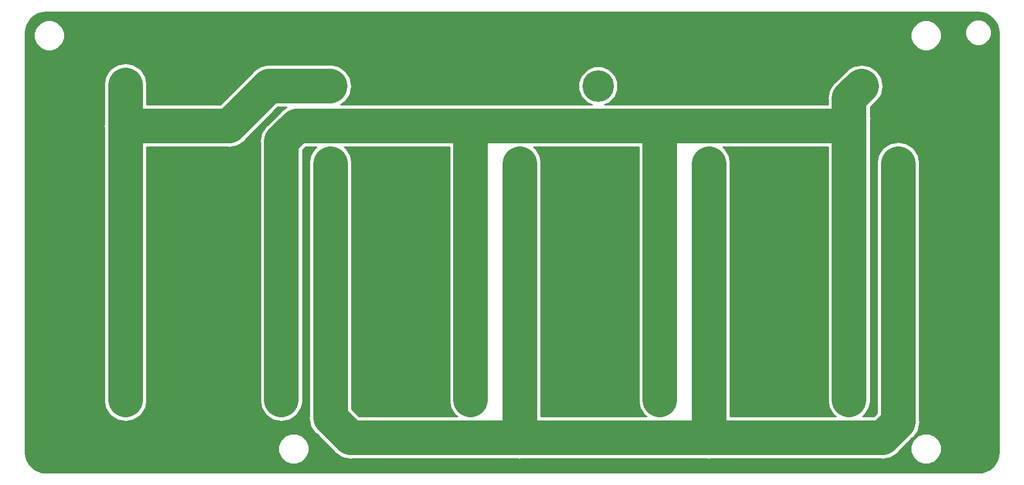
<source format=gbr>
G04 #@! TF.GenerationSoftware,KiCad,Pcbnew,(5.0.0)*
G04 #@! TF.CreationDate,2018-12-30T19:09:47-06:00*
G04 #@! TF.ProjectId,PatchPanel_Hardware,506174636850616E656C5F4861726477,rev?*
G04 #@! TF.SameCoordinates,Original*
G04 #@! TF.FileFunction,Copper,L1,Top,Signal*
G04 #@! TF.FilePolarity,Positive*
%FSLAX46Y46*%
G04 Gerber Fmt 4.6, Leading zero omitted, Abs format (unit mm)*
G04 Created by KiCad (PCBNEW (5.0.0)) date 12/30/18 19:09:47*
%MOMM*%
%LPD*%
G01*
G04 APERTURE LIST*
G04 #@! TA.AperFunction,ComponentPad*
%ADD10C,5.080000*%
G04 #@! TD*
G04 #@! TA.AperFunction,Conductor*
%ADD11C,5.588000*%
G04 #@! TD*
G04 #@! TA.AperFunction,Conductor*
%ADD12C,0.254000*%
G04 #@! TD*
G04 APERTURE END LIST*
D10*
G04 #@! TO.P,Conn10,3*
G04 #@! TO.N,+12VA*
X206310000Y-37820000D03*
G04 #@! TO.P,Conn10,2*
G04 #@! TO.N,+12L*
X214210000Y-37820000D03*
G04 #@! TO.P,Conn10,1*
G04 #@! TO.N,GND*
X222110000Y-37820000D03*
G04 #@! TD*
G04 #@! TO.P,Conn1,3*
G04 #@! TO.N,+12VA*
X267270000Y-50520000D03*
G04 #@! TO.P,Conn1,2*
G04 #@! TO.N,+12L*
X275170000Y-50520000D03*
G04 #@! TO.P,Conn1,1*
G04 #@! TO.N,GND*
X283070000Y-50520000D03*
G04 #@! TD*
G04 #@! TO.P,Conn2,3*
G04 #@! TO.N,+12VA*
X267270000Y-63220000D03*
G04 #@! TO.P,Conn2,2*
G04 #@! TO.N,+12L*
X275170000Y-63220000D03*
G04 #@! TO.P,Conn2,1*
G04 #@! TO.N,GND*
X283070000Y-63220000D03*
G04 #@! TD*
G04 #@! TO.P,Conn3,3*
G04 #@! TO.N,+12VA*
X206310000Y-63220000D03*
G04 #@! TO.P,Conn3,2*
G04 #@! TO.N,+12L*
X214210000Y-63220000D03*
G04 #@! TO.P,Conn3,1*
G04 #@! TO.N,GND*
X222110000Y-63220000D03*
G04 #@! TD*
G04 #@! TO.P,Conn4,3*
G04 #@! TO.N,+12VA*
X267270000Y-75920000D03*
G04 #@! TO.P,Conn4,2*
G04 #@! TO.N,+12L*
X275170000Y-75920000D03*
G04 #@! TO.P,Conn4,1*
G04 #@! TO.N,GND*
X283070000Y-75920000D03*
G04 #@! TD*
G04 #@! TO.P,Conn5,3*
G04 #@! TO.N,+12VA*
X206310000Y-50520000D03*
G04 #@! TO.P,Conn5,2*
G04 #@! TO.N,+12L*
X214210000Y-50520000D03*
G04 #@! TO.P,Conn5,1*
G04 #@! TO.N,GND*
X222110000Y-50520000D03*
G04 #@! TD*
G04 #@! TO.P,Conn6,3*
G04 #@! TO.N,+12VA*
X236790000Y-75920000D03*
G04 #@! TO.P,Conn6,2*
G04 #@! TO.N,+12L*
X244690000Y-75920000D03*
G04 #@! TO.P,Conn6,1*
G04 #@! TO.N,GND*
X252590000Y-75920000D03*
G04 #@! TD*
G04 #@! TO.P,Conn7,3*
G04 #@! TO.N,+12VA*
X206310000Y-75920000D03*
G04 #@! TO.P,Conn7,2*
G04 #@! TO.N,+12L*
X214210000Y-75920000D03*
G04 #@! TO.P,Conn7,1*
G04 #@! TO.N,GND*
X222110000Y-75920000D03*
G04 #@! TD*
G04 #@! TO.P,Conn9,3*
G04 #@! TO.N,+12VA*
X175830000Y-50520000D03*
G04 #@! TO.P,Conn9,2*
G04 #@! TO.N,+12L*
X183730000Y-50520000D03*
G04 #@! TO.P,Conn9,1*
G04 #@! TO.N,GND*
X191630000Y-50520000D03*
G04 #@! TD*
G04 #@! TO.P,Conn11,3*
G04 #@! TO.N,+12VA*
X267270000Y-37820000D03*
G04 #@! TO.P,Conn11,2*
G04 #@! TO.N,+12L*
X275170000Y-37820000D03*
G04 #@! TO.P,Conn11,1*
G04 #@! TO.N,GND*
X283070000Y-37820000D03*
G04 #@! TD*
G04 #@! TO.P,Conn12,3*
G04 #@! TO.N,+12VA*
X236790000Y-63220000D03*
G04 #@! TO.P,Conn12,2*
G04 #@! TO.N,+12L*
X244690000Y-63220000D03*
G04 #@! TO.P,Conn12,1*
G04 #@! TO.N,GND*
X252590000Y-63220000D03*
G04 #@! TD*
G04 #@! TO.P,Conn13,3*
G04 #@! TO.N,+12VA*
X236790000Y-37820000D03*
G04 #@! TO.P,Conn13,2*
G04 #@! TO.N,+12L*
X244690000Y-37820000D03*
G04 #@! TO.P,Conn13,1*
G04 #@! TO.N,GND*
X252590000Y-37820000D03*
G04 #@! TD*
G04 #@! TO.P,Conn14,3*
G04 #@! TO.N,+12VA*
X236790000Y-50520000D03*
G04 #@! TO.P,Conn14,2*
G04 #@! TO.N,+12L*
X244690000Y-50520000D03*
G04 #@! TO.P,Conn14,1*
G04 #@! TO.N,GND*
X252590000Y-50520000D03*
G04 #@! TD*
G04 #@! TO.P,Conn15,3*
G04 #@! TO.N,+12VA*
X175830000Y-37820000D03*
G04 #@! TO.P,Conn15,2*
G04 #@! TO.N,+12L*
X183730000Y-37820000D03*
G04 #@! TO.P,Conn15,1*
G04 #@! TO.N,GND*
X191630000Y-37820000D03*
G04 #@! TD*
G04 #@! TO.P,Conn23,3*
G04 #@! TO.N,+12VA*
X175830000Y-75920000D03*
G04 #@! TO.P,Conn23,2*
G04 #@! TO.N,+12L*
X183730000Y-75920000D03*
G04 #@! TO.P,Conn23,1*
G04 #@! TO.N,GND*
X191630000Y-75920000D03*
G04 #@! TD*
G04 #@! TO.P,Conn24,3*
G04 #@! TO.N,+12VA*
X175830000Y-63220000D03*
G04 #@! TO.P,Conn24,2*
G04 #@! TO.N,+12L*
X183730000Y-63220000D03*
G04 #@! TO.P,Conn24,1*
G04 #@! TO.N,GND*
X191630000Y-63220000D03*
G04 #@! TD*
G04 #@! TO.P,Conn8,1*
G04 #@! TO.N,GND*
X269266000Y-17412000D03*
G04 #@! TO.P,Conn8,2*
G04 #@! TO.N,+12VA*
X269266000Y-25312000D03*
G04 #@! TD*
G04 #@! TO.P,Conn16,1*
G04 #@! TO.N,GND*
X226848000Y-17412000D03*
G04 #@! TO.P,Conn16,2*
G04 #@! TO.N,+12L*
X226848000Y-25312000D03*
G04 #@! TD*
G04 #@! TO.P,Conn17,2*
G04 #@! TO.N,+12C*
X183668000Y-25312000D03*
G04 #@! TO.P,Conn17,1*
G04 #@! TO.N,GND*
X183668000Y-17412000D03*
G04 #@! TD*
G04 #@! TO.P,Conn18,1*
G04 #@! TO.N,GND*
X158610000Y-25120000D03*
G04 #@! TO.P,Conn18,2*
G04 #@! TO.N,+12C*
X150710000Y-25120000D03*
G04 #@! TD*
G04 #@! TO.P,Conn19,2*
G04 #@! TO.N,+12C*
X150710000Y-37820000D03*
G04 #@! TO.P,Conn19,1*
G04 #@! TO.N,GND*
X158610000Y-37820000D03*
G04 #@! TD*
G04 #@! TO.P,Conn20,1*
G04 #@! TO.N,GND*
X158610000Y-50520000D03*
G04 #@! TO.P,Conn20,2*
G04 #@! TO.N,+12C*
X150710000Y-50520000D03*
G04 #@! TD*
G04 #@! TO.P,Conn21,2*
G04 #@! TO.N,+12C*
X150710000Y-75920000D03*
G04 #@! TO.P,Conn21,1*
G04 #@! TO.N,GND*
X158610000Y-75920000D03*
G04 #@! TD*
G04 #@! TO.P,Conn22,1*
G04 #@! TO.N,GND*
X158610000Y-63220000D03*
G04 #@! TO.P,Conn22,2*
G04 #@! TO.N,+12C*
X150710000Y-63220000D03*
G04 #@! TD*
D11*
G04 #@! TO.N,+12L*
X244690000Y-37820000D02*
X244690000Y-50520000D01*
X214210000Y-37820000D02*
X214210000Y-50520000D01*
X275170000Y-37820000D02*
X275170000Y-50520000D01*
X275170000Y-50520000D02*
X275170000Y-63220000D01*
X275170000Y-63220000D02*
X275170000Y-75920000D01*
X214210000Y-50520000D02*
X214210000Y-63220000D01*
X214210000Y-63220000D02*
X214210000Y-75920000D01*
X244690000Y-50520000D02*
X244690000Y-63220000D01*
X244690000Y-63220000D02*
X244690000Y-75920000D01*
X183730000Y-37820000D02*
X183730000Y-50520000D01*
X183730000Y-50520000D02*
X183730000Y-63220000D01*
X183730000Y-63220000D02*
X183730000Y-75920000D01*
X183730000Y-78828000D02*
X183730000Y-75920000D01*
X186944000Y-82042000D02*
X183730000Y-78828000D01*
X275170000Y-75920000D02*
X275170000Y-79512102D01*
X275170000Y-79512102D02*
X272640102Y-82042000D01*
X214210000Y-81954000D02*
X214122000Y-82042000D01*
X214210000Y-75920000D02*
X214210000Y-81954000D01*
X214122000Y-82042000D02*
X186944000Y-82042000D01*
X244690000Y-81954000D02*
X244602000Y-82042000D01*
X244690000Y-75920000D02*
X244690000Y-81954000D01*
X272640102Y-82042000D02*
X244602000Y-82042000D01*
X244602000Y-82042000D02*
X214122000Y-82042000D01*
G04 #@! TO.N,+12VA*
X267270000Y-27308000D02*
X269266000Y-25312000D01*
X267270000Y-37820000D02*
X267270000Y-30480000D01*
X267270000Y-30480000D02*
X267270000Y-27308000D01*
X266000000Y-31750000D02*
X267270000Y-30480000D01*
X236790000Y-31812000D02*
X236728000Y-31750000D01*
X236790000Y-37820000D02*
X236790000Y-31812000D01*
X208787898Y-31750000D02*
X236728000Y-31750000D01*
X236728000Y-31750000D02*
X266000000Y-31750000D01*
X236790000Y-37820000D02*
X236790000Y-50520000D01*
X236790000Y-50520000D02*
X236790000Y-63220000D01*
X236790000Y-63220000D02*
X236790000Y-75920000D01*
X267270000Y-37820000D02*
X267270000Y-50520000D01*
X267270000Y-50520000D02*
X267270000Y-63220000D01*
X267270000Y-63220000D02*
X267270000Y-75920000D01*
X206310000Y-37820000D02*
X206310000Y-50520000D01*
X206310000Y-50520000D02*
X206310000Y-63220000D01*
X206310000Y-63220000D02*
X206310000Y-75920000D01*
X175830000Y-34227898D02*
X178307898Y-31750000D01*
X175830000Y-37820000D02*
X175830000Y-34227898D01*
X206310000Y-32066000D02*
X205994000Y-31750000D01*
X206310000Y-37820000D02*
X206310000Y-32066000D01*
X178307898Y-31750000D02*
X205994000Y-31750000D01*
X205994000Y-31750000D02*
X208787898Y-31750000D01*
X175830000Y-37820000D02*
X175830000Y-50520000D01*
X175830000Y-50520000D02*
X175830000Y-63220000D01*
X175830000Y-63220000D02*
X175830000Y-75920000D01*
G04 #@! TO.N,+12C*
X183668000Y-25312000D02*
X173824000Y-25312000D01*
X167386000Y-31750000D02*
X150710000Y-31750000D01*
X173824000Y-25312000D02*
X167386000Y-31750000D01*
X150710000Y-75920000D02*
X150710000Y-31750000D01*
X150710000Y-31750000D02*
X150710000Y-25120000D01*
G04 #@! TD*
D12*
G04 #@! TO.N,GND*
G36*
X288686797Y-13477215D02*
X289312813Y-13666221D01*
X289890192Y-13973218D01*
X290396941Y-14386514D01*
X290813769Y-14890371D01*
X291124790Y-15465592D01*
X291318160Y-16090269D01*
X291390000Y-16773783D01*
X291390001Y-84293261D01*
X291322784Y-84978798D01*
X291133779Y-85604812D01*
X290826780Y-86182193D01*
X290413486Y-86688941D01*
X289909629Y-87105769D01*
X289334408Y-87416790D01*
X288709731Y-87610160D01*
X288026217Y-87682000D01*
X137956729Y-87682000D01*
X137271202Y-87614784D01*
X136645188Y-87425779D01*
X136067807Y-87118780D01*
X135561059Y-86705486D01*
X135144231Y-86201629D01*
X134833210Y-85626408D01*
X134639840Y-85001731D01*
X134568000Y-84318217D01*
X134568000Y-83327393D01*
X175323500Y-83327393D01*
X175323500Y-84312607D01*
X175700524Y-85222825D01*
X176397175Y-85919476D01*
X177307393Y-86296500D01*
X178292607Y-86296500D01*
X179202825Y-85919476D01*
X179899476Y-85222825D01*
X180276500Y-84312607D01*
X180276500Y-83327393D01*
X179899476Y-82417175D01*
X179202825Y-81720524D01*
X178292607Y-81343500D01*
X177307393Y-81343500D01*
X176397175Y-81720524D01*
X175700524Y-82417175D01*
X175323500Y-83327393D01*
X134568000Y-83327393D01*
X134568000Y-31750000D01*
X147213822Y-31750000D01*
X147281001Y-32087731D01*
X147281000Y-76257725D01*
X147479953Y-77257928D01*
X148237829Y-78392171D01*
X149372071Y-79150047D01*
X150710000Y-79416178D01*
X152047928Y-79150047D01*
X153182171Y-78392171D01*
X153940047Y-77257929D01*
X154139000Y-76257726D01*
X154139000Y-35179000D01*
X167048279Y-35179000D01*
X167386000Y-35246177D01*
X167723721Y-35179000D01*
X167723726Y-35179000D01*
X168723929Y-34980047D01*
X169858171Y-34222171D01*
X170049479Y-33935858D01*
X175244338Y-28741000D01*
X176639149Y-28741000D01*
X175835727Y-29277829D01*
X175644420Y-29564140D01*
X173644140Y-31564421D01*
X173357830Y-31755727D01*
X173166524Y-32042037D01*
X173166523Y-32042038D01*
X172599954Y-32889969D01*
X172333823Y-34227898D01*
X172401001Y-34565623D01*
X172401000Y-37482274D01*
X172401000Y-37482275D01*
X172401001Y-50182270D01*
X172401000Y-50182275D01*
X172401001Y-62882270D01*
X172401000Y-62882275D01*
X172401001Y-76257726D01*
X172599954Y-77257929D01*
X173357830Y-78392171D01*
X174492072Y-79150047D01*
X175830000Y-79416178D01*
X177167929Y-79150047D01*
X178302171Y-78392171D01*
X179060047Y-77257929D01*
X179259000Y-76257726D01*
X179259000Y-35648235D01*
X179728236Y-35179000D01*
X181510500Y-35179000D01*
X181257829Y-35347829D01*
X180499953Y-36482072D01*
X180301000Y-37482275D01*
X180301001Y-50182270D01*
X180301000Y-50182275D01*
X180301001Y-62882270D01*
X180301000Y-62882275D01*
X180301001Y-75582269D01*
X180301000Y-75582274D01*
X180301000Y-78490279D01*
X180233823Y-78828000D01*
X180301000Y-79165721D01*
X180301000Y-79165725D01*
X180499953Y-80165928D01*
X181257829Y-81300171D01*
X181544142Y-81491479D01*
X184280524Y-84227863D01*
X184471829Y-84514171D01*
X184758136Y-84705475D01*
X184758138Y-84705477D01*
X185118662Y-84946371D01*
X185606071Y-85272047D01*
X186606274Y-85471000D01*
X186606278Y-85471000D01*
X186943999Y-85538177D01*
X187281720Y-85471000D01*
X213784279Y-85471000D01*
X214122000Y-85538177D01*
X214459721Y-85471000D01*
X244264279Y-85471000D01*
X244602000Y-85538177D01*
X244939721Y-85471000D01*
X272302381Y-85471000D01*
X272640102Y-85538177D01*
X272977823Y-85471000D01*
X272977828Y-85471000D01*
X273978031Y-85272047D01*
X275112273Y-84514171D01*
X275303581Y-84227858D01*
X276204046Y-83327393D01*
X277177500Y-83327393D01*
X277177500Y-84312607D01*
X277554524Y-85222825D01*
X278251175Y-85919476D01*
X279161393Y-86296500D01*
X280146607Y-86296500D01*
X281056825Y-85919476D01*
X281753476Y-85222825D01*
X282130500Y-84312607D01*
X282130500Y-83327393D01*
X281753476Y-82417175D01*
X281056825Y-81720524D01*
X280146607Y-81343500D01*
X279161393Y-81343500D01*
X278251175Y-81720524D01*
X277554524Y-82417175D01*
X277177500Y-83327393D01*
X276204046Y-83327393D01*
X277355860Y-82175580D01*
X277642171Y-81984273D01*
X278400047Y-80850031D01*
X278599000Y-79849828D01*
X278599000Y-79849824D01*
X278666177Y-79512103D01*
X278599000Y-79174382D01*
X278599000Y-37482274D01*
X278400047Y-36482071D01*
X277642171Y-35347829D01*
X276507928Y-34589953D01*
X275170000Y-34323822D01*
X273832071Y-34589953D01*
X272697829Y-35347829D01*
X271939953Y-36482072D01*
X271741000Y-37482275D01*
X271741001Y-50182270D01*
X271741000Y-50182275D01*
X271741001Y-62882270D01*
X271741000Y-62882275D01*
X271741001Y-75582270D01*
X271741000Y-75582275D01*
X271741001Y-78091764D01*
X271219765Y-78613000D01*
X269411677Y-78613000D01*
X269742171Y-78392171D01*
X270500047Y-77257929D01*
X270699000Y-76257726D01*
X270699000Y-30817722D01*
X270766177Y-30480001D01*
X270699000Y-30142280D01*
X270699000Y-28728337D01*
X271929477Y-27497860D01*
X272496046Y-26649930D01*
X272762177Y-25312001D01*
X272496046Y-23974071D01*
X271738170Y-22839830D01*
X270603929Y-22081954D01*
X269265999Y-21815823D01*
X267928070Y-22081954D01*
X267080140Y-22648523D01*
X265084140Y-24644523D01*
X264797830Y-24835829D01*
X264039954Y-25970071D01*
X263841000Y-26970274D01*
X263841000Y-26970279D01*
X263773823Y-27308000D01*
X263841000Y-27645721D01*
X263841000Y-28321000D01*
X237065721Y-28321000D01*
X236728000Y-28253823D01*
X236390279Y-28321000D01*
X227880306Y-28321000D01*
X228646493Y-28003635D01*
X229539635Y-27110493D01*
X230023000Y-25943547D01*
X230023000Y-24680453D01*
X229539635Y-23513507D01*
X228646493Y-22620365D01*
X227479547Y-22137000D01*
X226216453Y-22137000D01*
X225049507Y-22620365D01*
X224156365Y-23513507D01*
X223673000Y-24680453D01*
X223673000Y-25943547D01*
X224156365Y-27110493D01*
X225049507Y-28003635D01*
X225815694Y-28321000D01*
X206331721Y-28321000D01*
X205994000Y-28253823D01*
X205656279Y-28321000D01*
X185336749Y-28321000D01*
X186140171Y-27784171D01*
X186898047Y-26649929D01*
X187164178Y-25312000D01*
X186898047Y-23974071D01*
X186140171Y-22839829D01*
X185005929Y-22081953D01*
X184005726Y-21883000D01*
X174161721Y-21883000D01*
X173824000Y-21815823D01*
X173486279Y-21883000D01*
X173486274Y-21883000D01*
X172486071Y-22081953D01*
X171351829Y-22839829D01*
X171160522Y-23126140D01*
X165965663Y-28321000D01*
X154139000Y-28321000D01*
X154139000Y-24782274D01*
X153940047Y-23782071D01*
X153182171Y-22647829D01*
X152047929Y-21889953D01*
X150710000Y-21623822D01*
X149372072Y-21889953D01*
X148237830Y-22647829D01*
X147479954Y-23782071D01*
X147281001Y-24782274D01*
X147281000Y-31412273D01*
X147213822Y-31750000D01*
X134568000Y-31750000D01*
X134568000Y-16798720D01*
X134582347Y-16652393D01*
X135953500Y-16652393D01*
X135953500Y-17637607D01*
X136330524Y-18547825D01*
X137027175Y-19244476D01*
X137937393Y-19621500D01*
X138922607Y-19621500D01*
X139832825Y-19244476D01*
X140529476Y-18547825D01*
X140906500Y-17637607D01*
X140906500Y-16652393D01*
X277177500Y-16652393D01*
X277177500Y-17637607D01*
X277554524Y-18547825D01*
X278251175Y-19244476D01*
X279161393Y-19621500D01*
X280146607Y-19621500D01*
X281056825Y-19244476D01*
X281753476Y-18547825D01*
X282130500Y-17637607D01*
X282130500Y-16652393D01*
X281979884Y-16288773D01*
X285983680Y-16288773D01*
X285983680Y-17127467D01*
X286304634Y-17902319D01*
X286897681Y-18495366D01*
X287672533Y-18816320D01*
X288511227Y-18816320D01*
X289286079Y-18495366D01*
X289879126Y-17902319D01*
X290200080Y-17127467D01*
X290200080Y-16288773D01*
X289879126Y-15513921D01*
X289286079Y-14920874D01*
X288511227Y-14599920D01*
X287672533Y-14599920D01*
X286897681Y-14920874D01*
X286304634Y-15513921D01*
X285983680Y-16288773D01*
X281979884Y-16288773D01*
X281753476Y-15742175D01*
X281056825Y-15045524D01*
X280146607Y-14668500D01*
X279161393Y-14668500D01*
X278251175Y-15045524D01*
X277554524Y-15742175D01*
X277177500Y-16652393D01*
X140906500Y-16652393D01*
X140529476Y-15742175D01*
X139832825Y-15045524D01*
X138922607Y-14668500D01*
X137937393Y-14668500D01*
X137027175Y-15045524D01*
X136330524Y-15742175D01*
X135953500Y-16652393D01*
X134582347Y-16652393D01*
X134635215Y-16113203D01*
X134824221Y-15487187D01*
X135131218Y-14909808D01*
X135544514Y-14403059D01*
X136048371Y-13986231D01*
X136623592Y-13675210D01*
X137248269Y-13481840D01*
X137931783Y-13410000D01*
X288001280Y-13410000D01*
X288686797Y-13477215D01*
X288686797Y-13477215D01*
G37*
X288686797Y-13477215D02*
X289312813Y-13666221D01*
X289890192Y-13973218D01*
X290396941Y-14386514D01*
X290813769Y-14890371D01*
X291124790Y-15465592D01*
X291318160Y-16090269D01*
X291390000Y-16773783D01*
X291390001Y-84293261D01*
X291322784Y-84978798D01*
X291133779Y-85604812D01*
X290826780Y-86182193D01*
X290413486Y-86688941D01*
X289909629Y-87105769D01*
X289334408Y-87416790D01*
X288709731Y-87610160D01*
X288026217Y-87682000D01*
X137956729Y-87682000D01*
X137271202Y-87614784D01*
X136645188Y-87425779D01*
X136067807Y-87118780D01*
X135561059Y-86705486D01*
X135144231Y-86201629D01*
X134833210Y-85626408D01*
X134639840Y-85001731D01*
X134568000Y-84318217D01*
X134568000Y-83327393D01*
X175323500Y-83327393D01*
X175323500Y-84312607D01*
X175700524Y-85222825D01*
X176397175Y-85919476D01*
X177307393Y-86296500D01*
X178292607Y-86296500D01*
X179202825Y-85919476D01*
X179899476Y-85222825D01*
X180276500Y-84312607D01*
X180276500Y-83327393D01*
X179899476Y-82417175D01*
X179202825Y-81720524D01*
X178292607Y-81343500D01*
X177307393Y-81343500D01*
X176397175Y-81720524D01*
X175700524Y-82417175D01*
X175323500Y-83327393D01*
X134568000Y-83327393D01*
X134568000Y-31750000D01*
X147213822Y-31750000D01*
X147281001Y-32087731D01*
X147281000Y-76257725D01*
X147479953Y-77257928D01*
X148237829Y-78392171D01*
X149372071Y-79150047D01*
X150710000Y-79416178D01*
X152047928Y-79150047D01*
X153182171Y-78392171D01*
X153940047Y-77257929D01*
X154139000Y-76257726D01*
X154139000Y-35179000D01*
X167048279Y-35179000D01*
X167386000Y-35246177D01*
X167723721Y-35179000D01*
X167723726Y-35179000D01*
X168723929Y-34980047D01*
X169858171Y-34222171D01*
X170049479Y-33935858D01*
X175244338Y-28741000D01*
X176639149Y-28741000D01*
X175835727Y-29277829D01*
X175644420Y-29564140D01*
X173644140Y-31564421D01*
X173357830Y-31755727D01*
X173166524Y-32042037D01*
X173166523Y-32042038D01*
X172599954Y-32889969D01*
X172333823Y-34227898D01*
X172401001Y-34565623D01*
X172401000Y-37482274D01*
X172401000Y-37482275D01*
X172401001Y-50182270D01*
X172401000Y-50182275D01*
X172401001Y-62882270D01*
X172401000Y-62882275D01*
X172401001Y-76257726D01*
X172599954Y-77257929D01*
X173357830Y-78392171D01*
X174492072Y-79150047D01*
X175830000Y-79416178D01*
X177167929Y-79150047D01*
X178302171Y-78392171D01*
X179060047Y-77257929D01*
X179259000Y-76257726D01*
X179259000Y-35648235D01*
X179728236Y-35179000D01*
X181510500Y-35179000D01*
X181257829Y-35347829D01*
X180499953Y-36482072D01*
X180301000Y-37482275D01*
X180301001Y-50182270D01*
X180301000Y-50182275D01*
X180301001Y-62882270D01*
X180301000Y-62882275D01*
X180301001Y-75582269D01*
X180301000Y-75582274D01*
X180301000Y-78490279D01*
X180233823Y-78828000D01*
X180301000Y-79165721D01*
X180301000Y-79165725D01*
X180499953Y-80165928D01*
X181257829Y-81300171D01*
X181544142Y-81491479D01*
X184280524Y-84227863D01*
X184471829Y-84514171D01*
X184758136Y-84705475D01*
X184758138Y-84705477D01*
X185118662Y-84946371D01*
X185606071Y-85272047D01*
X186606274Y-85471000D01*
X186606278Y-85471000D01*
X186943999Y-85538177D01*
X187281720Y-85471000D01*
X213784279Y-85471000D01*
X214122000Y-85538177D01*
X214459721Y-85471000D01*
X244264279Y-85471000D01*
X244602000Y-85538177D01*
X244939721Y-85471000D01*
X272302381Y-85471000D01*
X272640102Y-85538177D01*
X272977823Y-85471000D01*
X272977828Y-85471000D01*
X273978031Y-85272047D01*
X275112273Y-84514171D01*
X275303581Y-84227858D01*
X276204046Y-83327393D01*
X277177500Y-83327393D01*
X277177500Y-84312607D01*
X277554524Y-85222825D01*
X278251175Y-85919476D01*
X279161393Y-86296500D01*
X280146607Y-86296500D01*
X281056825Y-85919476D01*
X281753476Y-85222825D01*
X282130500Y-84312607D01*
X282130500Y-83327393D01*
X281753476Y-82417175D01*
X281056825Y-81720524D01*
X280146607Y-81343500D01*
X279161393Y-81343500D01*
X278251175Y-81720524D01*
X277554524Y-82417175D01*
X277177500Y-83327393D01*
X276204046Y-83327393D01*
X277355860Y-82175580D01*
X277642171Y-81984273D01*
X278400047Y-80850031D01*
X278599000Y-79849828D01*
X278599000Y-79849824D01*
X278666177Y-79512103D01*
X278599000Y-79174382D01*
X278599000Y-37482274D01*
X278400047Y-36482071D01*
X277642171Y-35347829D01*
X276507928Y-34589953D01*
X275170000Y-34323822D01*
X273832071Y-34589953D01*
X272697829Y-35347829D01*
X271939953Y-36482072D01*
X271741000Y-37482275D01*
X271741001Y-50182270D01*
X271741000Y-50182275D01*
X271741001Y-62882270D01*
X271741000Y-62882275D01*
X271741001Y-75582270D01*
X271741000Y-75582275D01*
X271741001Y-78091764D01*
X271219765Y-78613000D01*
X269411677Y-78613000D01*
X269742171Y-78392171D01*
X270500047Y-77257929D01*
X270699000Y-76257726D01*
X270699000Y-30817722D01*
X270766177Y-30480001D01*
X270699000Y-30142280D01*
X270699000Y-28728337D01*
X271929477Y-27497860D01*
X272496046Y-26649930D01*
X272762177Y-25312001D01*
X272496046Y-23974071D01*
X271738170Y-22839830D01*
X270603929Y-22081954D01*
X269265999Y-21815823D01*
X267928070Y-22081954D01*
X267080140Y-22648523D01*
X265084140Y-24644523D01*
X264797830Y-24835829D01*
X264039954Y-25970071D01*
X263841000Y-26970274D01*
X263841000Y-26970279D01*
X263773823Y-27308000D01*
X263841000Y-27645721D01*
X263841000Y-28321000D01*
X237065721Y-28321000D01*
X236728000Y-28253823D01*
X236390279Y-28321000D01*
X227880306Y-28321000D01*
X228646493Y-28003635D01*
X229539635Y-27110493D01*
X230023000Y-25943547D01*
X230023000Y-24680453D01*
X229539635Y-23513507D01*
X228646493Y-22620365D01*
X227479547Y-22137000D01*
X226216453Y-22137000D01*
X225049507Y-22620365D01*
X224156365Y-23513507D01*
X223673000Y-24680453D01*
X223673000Y-25943547D01*
X224156365Y-27110493D01*
X225049507Y-28003635D01*
X225815694Y-28321000D01*
X206331721Y-28321000D01*
X205994000Y-28253823D01*
X205656279Y-28321000D01*
X185336749Y-28321000D01*
X186140171Y-27784171D01*
X186898047Y-26649929D01*
X187164178Y-25312000D01*
X186898047Y-23974071D01*
X186140171Y-22839829D01*
X185005929Y-22081953D01*
X184005726Y-21883000D01*
X174161721Y-21883000D01*
X173824000Y-21815823D01*
X173486279Y-21883000D01*
X173486274Y-21883000D01*
X172486071Y-22081953D01*
X171351829Y-22839829D01*
X171160522Y-23126140D01*
X165965663Y-28321000D01*
X154139000Y-28321000D01*
X154139000Y-24782274D01*
X153940047Y-23782071D01*
X153182171Y-22647829D01*
X152047929Y-21889953D01*
X150710000Y-21623822D01*
X149372072Y-21889953D01*
X148237830Y-22647829D01*
X147479954Y-23782071D01*
X147281001Y-24782274D01*
X147281000Y-31412273D01*
X147213822Y-31750000D01*
X134568000Y-31750000D01*
X134568000Y-16798720D01*
X134582347Y-16652393D01*
X135953500Y-16652393D01*
X135953500Y-17637607D01*
X136330524Y-18547825D01*
X137027175Y-19244476D01*
X137937393Y-19621500D01*
X138922607Y-19621500D01*
X139832825Y-19244476D01*
X140529476Y-18547825D01*
X140906500Y-17637607D01*
X140906500Y-16652393D01*
X277177500Y-16652393D01*
X277177500Y-17637607D01*
X277554524Y-18547825D01*
X278251175Y-19244476D01*
X279161393Y-19621500D01*
X280146607Y-19621500D01*
X281056825Y-19244476D01*
X281753476Y-18547825D01*
X282130500Y-17637607D01*
X282130500Y-16652393D01*
X281979884Y-16288773D01*
X285983680Y-16288773D01*
X285983680Y-17127467D01*
X286304634Y-17902319D01*
X286897681Y-18495366D01*
X287672533Y-18816320D01*
X288511227Y-18816320D01*
X289286079Y-18495366D01*
X289879126Y-17902319D01*
X290200080Y-17127467D01*
X290200080Y-16288773D01*
X289879126Y-15513921D01*
X289286079Y-14920874D01*
X288511227Y-14599920D01*
X287672533Y-14599920D01*
X286897681Y-14920874D01*
X286304634Y-15513921D01*
X285983680Y-16288773D01*
X281979884Y-16288773D01*
X281753476Y-15742175D01*
X281056825Y-15045524D01*
X280146607Y-14668500D01*
X279161393Y-14668500D01*
X278251175Y-15045524D01*
X277554524Y-15742175D01*
X277177500Y-16652393D01*
X140906500Y-16652393D01*
X140529476Y-15742175D01*
X139832825Y-15045524D01*
X138922607Y-14668500D01*
X137937393Y-14668500D01*
X137027175Y-15045524D01*
X136330524Y-15742175D01*
X135953500Y-16652393D01*
X134582347Y-16652393D01*
X134635215Y-16113203D01*
X134824221Y-15487187D01*
X135131218Y-14909808D01*
X135544514Y-14403059D01*
X136048371Y-13986231D01*
X136623592Y-13675210D01*
X137248269Y-13481840D01*
X137931783Y-13410000D01*
X288001280Y-13410000D01*
X288686797Y-13477215D01*
G36*
X202881000Y-37482275D02*
X202881001Y-50182270D01*
X202881000Y-50182275D01*
X202881001Y-62882270D01*
X202881000Y-62882275D01*
X202881001Y-76257726D01*
X203079954Y-77257929D01*
X203837830Y-78392171D01*
X204168324Y-78613000D01*
X188364338Y-78613000D01*
X187159000Y-77407662D01*
X187159000Y-37482274D01*
X186960047Y-36482071D01*
X186202171Y-35347829D01*
X185949500Y-35179000D01*
X202881000Y-35179000D01*
X202881000Y-37482275D01*
X202881000Y-37482275D01*
G37*
X202881000Y-37482275D02*
X202881001Y-50182270D01*
X202881000Y-50182275D01*
X202881001Y-62882270D01*
X202881000Y-62882275D01*
X202881001Y-76257726D01*
X203079954Y-77257929D01*
X203837830Y-78392171D01*
X204168324Y-78613000D01*
X188364338Y-78613000D01*
X187159000Y-77407662D01*
X187159000Y-37482274D01*
X186960047Y-36482071D01*
X186202171Y-35347829D01*
X185949500Y-35179000D01*
X202881000Y-35179000D01*
X202881000Y-37482275D01*
G36*
X233361000Y-37482275D02*
X233361001Y-50182270D01*
X233361000Y-50182275D01*
X233361001Y-62882270D01*
X233361000Y-62882275D01*
X233361001Y-76257726D01*
X233559954Y-77257929D01*
X234317830Y-78392171D01*
X234648324Y-78613000D01*
X217639000Y-78613000D01*
X217639000Y-37482274D01*
X217440047Y-36482071D01*
X216682171Y-35347829D01*
X216429500Y-35179000D01*
X233361000Y-35179000D01*
X233361000Y-37482275D01*
X233361000Y-37482275D01*
G37*
X233361000Y-37482275D02*
X233361001Y-50182270D01*
X233361000Y-50182275D01*
X233361001Y-62882270D01*
X233361000Y-62882275D01*
X233361001Y-76257726D01*
X233559954Y-77257929D01*
X234317830Y-78392171D01*
X234648324Y-78613000D01*
X217639000Y-78613000D01*
X217639000Y-37482274D01*
X217440047Y-36482071D01*
X216682171Y-35347829D01*
X216429500Y-35179000D01*
X233361000Y-35179000D01*
X233361000Y-37482275D01*
G36*
X263841000Y-37482275D02*
X263841001Y-50182270D01*
X263841000Y-50182275D01*
X263841001Y-62882270D01*
X263841000Y-62882275D01*
X263841001Y-76257726D01*
X264039954Y-77257929D01*
X264797830Y-78392171D01*
X265128324Y-78613000D01*
X248119000Y-78613000D01*
X248119000Y-37482274D01*
X247920047Y-36482071D01*
X247162171Y-35347829D01*
X246909500Y-35179000D01*
X263841000Y-35179000D01*
X263841000Y-37482275D01*
X263841000Y-37482275D01*
G37*
X263841000Y-37482275D02*
X263841001Y-50182270D01*
X263841000Y-50182275D01*
X263841001Y-62882270D01*
X263841000Y-62882275D01*
X263841001Y-76257726D01*
X264039954Y-77257929D01*
X264797830Y-78392171D01*
X265128324Y-78613000D01*
X248119000Y-78613000D01*
X248119000Y-37482274D01*
X247920047Y-36482071D01*
X247162171Y-35347829D01*
X246909500Y-35179000D01*
X263841000Y-35179000D01*
X263841000Y-37482275D01*
G04 #@! TD*
M02*

</source>
